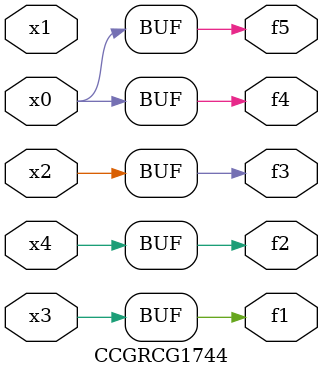
<source format=v>
module CCGRCG1744(
	input x0, x1, x2, x3, x4,
	output f1, f2, f3, f4, f5
);
	assign f1 = x3;
	assign f2 = x4;
	assign f3 = x2;
	assign f4 = x0;
	assign f5 = x0;
endmodule

</source>
